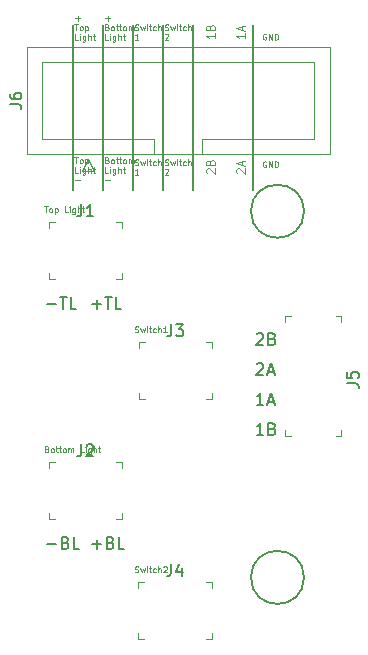
<source format=gbr>
%TF.GenerationSoftware,KiCad,Pcbnew,8.0.3*%
%TF.CreationDate,2024-07-16T15:02:39-04:00*%
%TF.ProjectId,Pheripheral-Scout,50686572-6970-4686-9572-616c2d53636f,rev?*%
%TF.SameCoordinates,Original*%
%TF.FileFunction,Legend,Top*%
%TF.FilePolarity,Positive*%
%FSLAX46Y46*%
G04 Gerber Fmt 4.6, Leading zero omitted, Abs format (unit mm)*
G04 Created by KiCad (PCBNEW 8.0.3) date 2024-07-16 15:02:39*
%MOMM*%
%LPD*%
G01*
G04 APERTURE LIST*
%ADD10C,0.150000*%
%ADD11C,0.200000*%
%ADD12C,0.100000*%
%ADD13C,0.120000*%
G04 APERTURE END LIST*
D10*
X114300000Y-67310000D02*
X114300000Y-81280000D01*
X109220000Y-81280000D02*
X109220000Y-67310000D01*
X106680000Y-67310000D02*
X106680000Y-81280000D01*
X119380000Y-67310000D02*
X119380000Y-81280000D01*
X111760000Y-81280000D02*
X111760000Y-67310000D01*
D11*
X123690000Y-114040000D02*
G75*
G02*
X119190000Y-114040000I-2250000J0D01*
G01*
X119190000Y-114040000D02*
G75*
G02*
X123690000Y-114040000I2250000J0D01*
G01*
D10*
X104140000Y-67310000D02*
X104140000Y-81280000D01*
D11*
X123690000Y-83040000D02*
G75*
G02*
X119190000Y-83040000I-2250000J0D01*
G01*
X119190000Y-83040000D02*
G75*
G02*
X123690000Y-83040000I2250000J0D01*
G01*
D10*
X120240588Y-99437819D02*
X119669160Y-99437819D01*
X119954874Y-99437819D02*
X119954874Y-98437819D01*
X119954874Y-98437819D02*
X119859636Y-98580676D01*
X119859636Y-98580676D02*
X119764398Y-98675914D01*
X119764398Y-98675914D02*
X119669160Y-98723533D01*
X120621541Y-99152104D02*
X121097731Y-99152104D01*
X120526303Y-99437819D02*
X120859636Y-98437819D01*
X120859636Y-98437819D02*
X121192969Y-99437819D01*
D12*
X118654133Y-67980877D02*
X118654133Y-68380877D01*
X118654133Y-68180877D02*
X117954133Y-68180877D01*
X117954133Y-68180877D02*
X118054133Y-68247544D01*
X118054133Y-68247544D02*
X118120800Y-68314211D01*
X118120800Y-68314211D02*
X118154133Y-68380877D01*
X118454133Y-67714210D02*
X118454133Y-67380877D01*
X118654133Y-67780877D02*
X117954133Y-67547544D01*
X117954133Y-67547544D02*
X118654133Y-67314210D01*
X109381027Y-93254800D02*
X109452455Y-93278609D01*
X109452455Y-93278609D02*
X109571503Y-93278609D01*
X109571503Y-93278609D02*
X109619122Y-93254800D01*
X109619122Y-93254800D02*
X109642931Y-93230990D01*
X109642931Y-93230990D02*
X109666741Y-93183371D01*
X109666741Y-93183371D02*
X109666741Y-93135752D01*
X109666741Y-93135752D02*
X109642931Y-93088133D01*
X109642931Y-93088133D02*
X109619122Y-93064323D01*
X109619122Y-93064323D02*
X109571503Y-93040514D01*
X109571503Y-93040514D02*
X109476265Y-93016704D01*
X109476265Y-93016704D02*
X109428646Y-92992895D01*
X109428646Y-92992895D02*
X109404836Y-92969085D01*
X109404836Y-92969085D02*
X109381027Y-92921466D01*
X109381027Y-92921466D02*
X109381027Y-92873847D01*
X109381027Y-92873847D02*
X109404836Y-92826228D01*
X109404836Y-92826228D02*
X109428646Y-92802419D01*
X109428646Y-92802419D02*
X109476265Y-92778609D01*
X109476265Y-92778609D02*
X109595312Y-92778609D01*
X109595312Y-92778609D02*
X109666741Y-92802419D01*
X109833407Y-92945276D02*
X109928645Y-93278609D01*
X109928645Y-93278609D02*
X110023883Y-93040514D01*
X110023883Y-93040514D02*
X110119121Y-93278609D01*
X110119121Y-93278609D02*
X110214359Y-92945276D01*
X110404836Y-93278609D02*
X110404836Y-92945276D01*
X110404836Y-92778609D02*
X110381027Y-92802419D01*
X110381027Y-92802419D02*
X110404836Y-92826228D01*
X110404836Y-92826228D02*
X110428646Y-92802419D01*
X110428646Y-92802419D02*
X110404836Y-92778609D01*
X110404836Y-92778609D02*
X110404836Y-92826228D01*
X110571503Y-92945276D02*
X110761979Y-92945276D01*
X110642931Y-92778609D02*
X110642931Y-93207180D01*
X110642931Y-93207180D02*
X110666741Y-93254800D01*
X110666741Y-93254800D02*
X110714360Y-93278609D01*
X110714360Y-93278609D02*
X110761979Y-93278609D01*
X111142931Y-93254800D02*
X111095312Y-93278609D01*
X111095312Y-93278609D02*
X111000074Y-93278609D01*
X111000074Y-93278609D02*
X110952455Y-93254800D01*
X110952455Y-93254800D02*
X110928645Y-93230990D01*
X110928645Y-93230990D02*
X110904836Y-93183371D01*
X110904836Y-93183371D02*
X110904836Y-93040514D01*
X110904836Y-93040514D02*
X110928645Y-92992895D01*
X110928645Y-92992895D02*
X110952455Y-92969085D01*
X110952455Y-92969085D02*
X111000074Y-92945276D01*
X111000074Y-92945276D02*
X111095312Y-92945276D01*
X111095312Y-92945276D02*
X111142931Y-92969085D01*
X111357216Y-93278609D02*
X111357216Y-92778609D01*
X111571502Y-93278609D02*
X111571502Y-93016704D01*
X111571502Y-93016704D02*
X111547692Y-92969085D01*
X111547692Y-92969085D02*
X111500073Y-92945276D01*
X111500073Y-92945276D02*
X111428645Y-92945276D01*
X111428645Y-92945276D02*
X111381026Y-92969085D01*
X111381026Y-92969085D02*
X111357216Y-92992895D01*
X112071502Y-93278609D02*
X111785788Y-93278609D01*
X111928645Y-93278609D02*
X111928645Y-92778609D01*
X111928645Y-92778609D02*
X111881026Y-92850038D01*
X111881026Y-92850038D02*
X111833407Y-92897657D01*
X111833407Y-92897657D02*
X111785788Y-92921466D01*
D10*
X120240588Y-101977819D02*
X119669160Y-101977819D01*
X119954874Y-101977819D02*
X119954874Y-100977819D01*
X119954874Y-100977819D02*
X119859636Y-101120676D01*
X119859636Y-101120676D02*
X119764398Y-101215914D01*
X119764398Y-101215914D02*
X119669160Y-101263533D01*
X121002493Y-101454009D02*
X121145350Y-101501628D01*
X121145350Y-101501628D02*
X121192969Y-101549247D01*
X121192969Y-101549247D02*
X121240588Y-101644485D01*
X121240588Y-101644485D02*
X121240588Y-101787342D01*
X121240588Y-101787342D02*
X121192969Y-101882580D01*
X121192969Y-101882580D02*
X121145350Y-101930200D01*
X121145350Y-101930200D02*
X121050112Y-101977819D01*
X121050112Y-101977819D02*
X120669160Y-101977819D01*
X120669160Y-101977819D02*
X120669160Y-100977819D01*
X120669160Y-100977819D02*
X121002493Y-100977819D01*
X121002493Y-100977819D02*
X121097731Y-101025438D01*
X121097731Y-101025438D02*
X121145350Y-101073057D01*
X121145350Y-101073057D02*
X121192969Y-101168295D01*
X121192969Y-101168295D02*
X121192969Y-101263533D01*
X121192969Y-101263533D02*
X121145350Y-101358771D01*
X121145350Y-101358771D02*
X121097731Y-101406390D01*
X121097731Y-101406390D02*
X121002493Y-101454009D01*
X121002493Y-101454009D02*
X120669160Y-101454009D01*
D12*
X109381027Y-113574800D02*
X109452455Y-113598609D01*
X109452455Y-113598609D02*
X109571503Y-113598609D01*
X109571503Y-113598609D02*
X109619122Y-113574800D01*
X109619122Y-113574800D02*
X109642931Y-113550990D01*
X109642931Y-113550990D02*
X109666741Y-113503371D01*
X109666741Y-113503371D02*
X109666741Y-113455752D01*
X109666741Y-113455752D02*
X109642931Y-113408133D01*
X109642931Y-113408133D02*
X109619122Y-113384323D01*
X109619122Y-113384323D02*
X109571503Y-113360514D01*
X109571503Y-113360514D02*
X109476265Y-113336704D01*
X109476265Y-113336704D02*
X109428646Y-113312895D01*
X109428646Y-113312895D02*
X109404836Y-113289085D01*
X109404836Y-113289085D02*
X109381027Y-113241466D01*
X109381027Y-113241466D02*
X109381027Y-113193847D01*
X109381027Y-113193847D02*
X109404836Y-113146228D01*
X109404836Y-113146228D02*
X109428646Y-113122419D01*
X109428646Y-113122419D02*
X109476265Y-113098609D01*
X109476265Y-113098609D02*
X109595312Y-113098609D01*
X109595312Y-113098609D02*
X109666741Y-113122419D01*
X109833407Y-113265276D02*
X109928645Y-113598609D01*
X109928645Y-113598609D02*
X110023883Y-113360514D01*
X110023883Y-113360514D02*
X110119121Y-113598609D01*
X110119121Y-113598609D02*
X110214359Y-113265276D01*
X110404836Y-113598609D02*
X110404836Y-113265276D01*
X110404836Y-113098609D02*
X110381027Y-113122419D01*
X110381027Y-113122419D02*
X110404836Y-113146228D01*
X110404836Y-113146228D02*
X110428646Y-113122419D01*
X110428646Y-113122419D02*
X110404836Y-113098609D01*
X110404836Y-113098609D02*
X110404836Y-113146228D01*
X110571503Y-113265276D02*
X110761979Y-113265276D01*
X110642931Y-113098609D02*
X110642931Y-113527180D01*
X110642931Y-113527180D02*
X110666741Y-113574800D01*
X110666741Y-113574800D02*
X110714360Y-113598609D01*
X110714360Y-113598609D02*
X110761979Y-113598609D01*
X111142931Y-113574800D02*
X111095312Y-113598609D01*
X111095312Y-113598609D02*
X111000074Y-113598609D01*
X111000074Y-113598609D02*
X110952455Y-113574800D01*
X110952455Y-113574800D02*
X110928645Y-113550990D01*
X110928645Y-113550990D02*
X110904836Y-113503371D01*
X110904836Y-113503371D02*
X110904836Y-113360514D01*
X110904836Y-113360514D02*
X110928645Y-113312895D01*
X110928645Y-113312895D02*
X110952455Y-113289085D01*
X110952455Y-113289085D02*
X111000074Y-113265276D01*
X111000074Y-113265276D02*
X111095312Y-113265276D01*
X111095312Y-113265276D02*
X111142931Y-113289085D01*
X111357216Y-113598609D02*
X111357216Y-113098609D01*
X111571502Y-113598609D02*
X111571502Y-113336704D01*
X111571502Y-113336704D02*
X111547692Y-113289085D01*
X111547692Y-113289085D02*
X111500073Y-113265276D01*
X111500073Y-113265276D02*
X111428645Y-113265276D01*
X111428645Y-113265276D02*
X111381026Y-113289085D01*
X111381026Y-113289085D02*
X111357216Y-113312895D01*
X111785788Y-113146228D02*
X111809597Y-113122419D01*
X111809597Y-113122419D02*
X111857216Y-113098609D01*
X111857216Y-113098609D02*
X111976264Y-113098609D01*
X111976264Y-113098609D02*
X112023883Y-113122419D01*
X112023883Y-113122419D02*
X112047692Y-113146228D01*
X112047692Y-113146228D02*
X112071502Y-113193847D01*
X112071502Y-113193847D02*
X112071502Y-113241466D01*
X112071502Y-113241466D02*
X112047692Y-113312895D01*
X112047692Y-113312895D02*
X111761978Y-113598609D01*
X111761978Y-113598609D02*
X112071502Y-113598609D01*
D10*
X105746779Y-90928866D02*
X106508684Y-90928866D01*
X106127731Y-91309819D02*
X106127731Y-90547914D01*
X106842017Y-90309819D02*
X107413445Y-90309819D01*
X107127731Y-91309819D02*
X107127731Y-90309819D01*
X108222969Y-91309819D02*
X107746779Y-91309819D01*
X107746779Y-91309819D02*
X107746779Y-90309819D01*
D12*
X106864836Y-66713189D02*
X107245789Y-66713189D01*
X107055312Y-66903665D02*
X107055312Y-66522713D01*
X107031503Y-67446732D02*
X107102931Y-67470542D01*
X107102931Y-67470542D02*
X107126741Y-67494351D01*
X107126741Y-67494351D02*
X107150550Y-67541970D01*
X107150550Y-67541970D02*
X107150550Y-67613399D01*
X107150550Y-67613399D02*
X107126741Y-67661018D01*
X107126741Y-67661018D02*
X107102931Y-67684828D01*
X107102931Y-67684828D02*
X107055312Y-67708637D01*
X107055312Y-67708637D02*
X106864836Y-67708637D01*
X106864836Y-67708637D02*
X106864836Y-67208637D01*
X106864836Y-67208637D02*
X107031503Y-67208637D01*
X107031503Y-67208637D02*
X107079122Y-67232447D01*
X107079122Y-67232447D02*
X107102931Y-67256256D01*
X107102931Y-67256256D02*
X107126741Y-67303875D01*
X107126741Y-67303875D02*
X107126741Y-67351494D01*
X107126741Y-67351494D02*
X107102931Y-67399113D01*
X107102931Y-67399113D02*
X107079122Y-67422923D01*
X107079122Y-67422923D02*
X107031503Y-67446732D01*
X107031503Y-67446732D02*
X106864836Y-67446732D01*
X107436265Y-67708637D02*
X107388646Y-67684828D01*
X107388646Y-67684828D02*
X107364836Y-67661018D01*
X107364836Y-67661018D02*
X107341027Y-67613399D01*
X107341027Y-67613399D02*
X107341027Y-67470542D01*
X107341027Y-67470542D02*
X107364836Y-67422923D01*
X107364836Y-67422923D02*
X107388646Y-67399113D01*
X107388646Y-67399113D02*
X107436265Y-67375304D01*
X107436265Y-67375304D02*
X107507693Y-67375304D01*
X107507693Y-67375304D02*
X107555312Y-67399113D01*
X107555312Y-67399113D02*
X107579122Y-67422923D01*
X107579122Y-67422923D02*
X107602931Y-67470542D01*
X107602931Y-67470542D02*
X107602931Y-67613399D01*
X107602931Y-67613399D02*
X107579122Y-67661018D01*
X107579122Y-67661018D02*
X107555312Y-67684828D01*
X107555312Y-67684828D02*
X107507693Y-67708637D01*
X107507693Y-67708637D02*
X107436265Y-67708637D01*
X107745789Y-67375304D02*
X107936265Y-67375304D01*
X107817217Y-67208637D02*
X107817217Y-67637208D01*
X107817217Y-67637208D02*
X107841027Y-67684828D01*
X107841027Y-67684828D02*
X107888646Y-67708637D01*
X107888646Y-67708637D02*
X107936265Y-67708637D01*
X108031503Y-67375304D02*
X108221979Y-67375304D01*
X108102931Y-67208637D02*
X108102931Y-67637208D01*
X108102931Y-67637208D02*
X108126741Y-67684828D01*
X108126741Y-67684828D02*
X108174360Y-67708637D01*
X108174360Y-67708637D02*
X108221979Y-67708637D01*
X108460074Y-67708637D02*
X108412455Y-67684828D01*
X108412455Y-67684828D02*
X108388645Y-67661018D01*
X108388645Y-67661018D02*
X108364836Y-67613399D01*
X108364836Y-67613399D02*
X108364836Y-67470542D01*
X108364836Y-67470542D02*
X108388645Y-67422923D01*
X108388645Y-67422923D02*
X108412455Y-67399113D01*
X108412455Y-67399113D02*
X108460074Y-67375304D01*
X108460074Y-67375304D02*
X108531502Y-67375304D01*
X108531502Y-67375304D02*
X108579121Y-67399113D01*
X108579121Y-67399113D02*
X108602931Y-67422923D01*
X108602931Y-67422923D02*
X108626740Y-67470542D01*
X108626740Y-67470542D02*
X108626740Y-67613399D01*
X108626740Y-67613399D02*
X108602931Y-67661018D01*
X108602931Y-67661018D02*
X108579121Y-67684828D01*
X108579121Y-67684828D02*
X108531502Y-67708637D01*
X108531502Y-67708637D02*
X108460074Y-67708637D01*
X108841026Y-67708637D02*
X108841026Y-67375304D01*
X108841026Y-67422923D02*
X108864836Y-67399113D01*
X108864836Y-67399113D02*
X108912455Y-67375304D01*
X108912455Y-67375304D02*
X108983883Y-67375304D01*
X108983883Y-67375304D02*
X109031502Y-67399113D01*
X109031502Y-67399113D02*
X109055312Y-67446732D01*
X109055312Y-67446732D02*
X109055312Y-67708637D01*
X109055312Y-67446732D02*
X109079121Y-67399113D01*
X109079121Y-67399113D02*
X109126740Y-67375304D01*
X109126740Y-67375304D02*
X109198169Y-67375304D01*
X109198169Y-67375304D02*
X109245788Y-67399113D01*
X109245788Y-67399113D02*
X109269598Y-67446732D01*
X109269598Y-67446732D02*
X109269598Y-67708637D01*
X107102931Y-68513609D02*
X106864836Y-68513609D01*
X106864836Y-68513609D02*
X106864836Y-68013609D01*
X107269598Y-68513609D02*
X107269598Y-68180276D01*
X107269598Y-68013609D02*
X107245789Y-68037419D01*
X107245789Y-68037419D02*
X107269598Y-68061228D01*
X107269598Y-68061228D02*
X107293408Y-68037419D01*
X107293408Y-68037419D02*
X107269598Y-68013609D01*
X107269598Y-68013609D02*
X107269598Y-68061228D01*
X107721979Y-68180276D02*
X107721979Y-68585038D01*
X107721979Y-68585038D02*
X107698169Y-68632657D01*
X107698169Y-68632657D02*
X107674360Y-68656466D01*
X107674360Y-68656466D02*
X107626741Y-68680276D01*
X107626741Y-68680276D02*
X107555312Y-68680276D01*
X107555312Y-68680276D02*
X107507693Y-68656466D01*
X107721979Y-68489800D02*
X107674360Y-68513609D01*
X107674360Y-68513609D02*
X107579122Y-68513609D01*
X107579122Y-68513609D02*
X107531503Y-68489800D01*
X107531503Y-68489800D02*
X107507693Y-68465990D01*
X107507693Y-68465990D02*
X107483884Y-68418371D01*
X107483884Y-68418371D02*
X107483884Y-68275514D01*
X107483884Y-68275514D02*
X107507693Y-68227895D01*
X107507693Y-68227895D02*
X107531503Y-68204085D01*
X107531503Y-68204085D02*
X107579122Y-68180276D01*
X107579122Y-68180276D02*
X107674360Y-68180276D01*
X107674360Y-68180276D02*
X107721979Y-68204085D01*
X107960074Y-68513609D02*
X107960074Y-68013609D01*
X108174360Y-68513609D02*
X108174360Y-68251704D01*
X108174360Y-68251704D02*
X108150550Y-68204085D01*
X108150550Y-68204085D02*
X108102931Y-68180276D01*
X108102931Y-68180276D02*
X108031503Y-68180276D01*
X108031503Y-68180276D02*
X107983884Y-68204085D01*
X107983884Y-68204085D02*
X107960074Y-68227895D01*
X108341027Y-68180276D02*
X108531503Y-68180276D01*
X108412455Y-68013609D02*
X108412455Y-68442180D01*
X108412455Y-68442180D02*
X108436265Y-68489800D01*
X108436265Y-68489800D02*
X108483884Y-68513609D01*
X108483884Y-68513609D02*
X108531503Y-68513609D01*
D10*
X101936779Y-90928866D02*
X102698684Y-90928866D01*
X103032017Y-90309819D02*
X103603445Y-90309819D01*
X103317731Y-91309819D02*
X103317731Y-90309819D01*
X104412969Y-91309819D02*
X103936779Y-91309819D01*
X103936779Y-91309819D02*
X103936779Y-90309819D01*
D12*
X101931503Y-103176704D02*
X102002931Y-103200514D01*
X102002931Y-103200514D02*
X102026741Y-103224323D01*
X102026741Y-103224323D02*
X102050550Y-103271942D01*
X102050550Y-103271942D02*
X102050550Y-103343371D01*
X102050550Y-103343371D02*
X102026741Y-103390990D01*
X102026741Y-103390990D02*
X102002931Y-103414800D01*
X102002931Y-103414800D02*
X101955312Y-103438609D01*
X101955312Y-103438609D02*
X101764836Y-103438609D01*
X101764836Y-103438609D02*
X101764836Y-102938609D01*
X101764836Y-102938609D02*
X101931503Y-102938609D01*
X101931503Y-102938609D02*
X101979122Y-102962419D01*
X101979122Y-102962419D02*
X102002931Y-102986228D01*
X102002931Y-102986228D02*
X102026741Y-103033847D01*
X102026741Y-103033847D02*
X102026741Y-103081466D01*
X102026741Y-103081466D02*
X102002931Y-103129085D01*
X102002931Y-103129085D02*
X101979122Y-103152895D01*
X101979122Y-103152895D02*
X101931503Y-103176704D01*
X101931503Y-103176704D02*
X101764836Y-103176704D01*
X102336265Y-103438609D02*
X102288646Y-103414800D01*
X102288646Y-103414800D02*
X102264836Y-103390990D01*
X102264836Y-103390990D02*
X102241027Y-103343371D01*
X102241027Y-103343371D02*
X102241027Y-103200514D01*
X102241027Y-103200514D02*
X102264836Y-103152895D01*
X102264836Y-103152895D02*
X102288646Y-103129085D01*
X102288646Y-103129085D02*
X102336265Y-103105276D01*
X102336265Y-103105276D02*
X102407693Y-103105276D01*
X102407693Y-103105276D02*
X102455312Y-103129085D01*
X102455312Y-103129085D02*
X102479122Y-103152895D01*
X102479122Y-103152895D02*
X102502931Y-103200514D01*
X102502931Y-103200514D02*
X102502931Y-103343371D01*
X102502931Y-103343371D02*
X102479122Y-103390990D01*
X102479122Y-103390990D02*
X102455312Y-103414800D01*
X102455312Y-103414800D02*
X102407693Y-103438609D01*
X102407693Y-103438609D02*
X102336265Y-103438609D01*
X102645789Y-103105276D02*
X102836265Y-103105276D01*
X102717217Y-102938609D02*
X102717217Y-103367180D01*
X102717217Y-103367180D02*
X102741027Y-103414800D01*
X102741027Y-103414800D02*
X102788646Y-103438609D01*
X102788646Y-103438609D02*
X102836265Y-103438609D01*
X102931503Y-103105276D02*
X103121979Y-103105276D01*
X103002931Y-102938609D02*
X103002931Y-103367180D01*
X103002931Y-103367180D02*
X103026741Y-103414800D01*
X103026741Y-103414800D02*
X103074360Y-103438609D01*
X103074360Y-103438609D02*
X103121979Y-103438609D01*
X103360074Y-103438609D02*
X103312455Y-103414800D01*
X103312455Y-103414800D02*
X103288645Y-103390990D01*
X103288645Y-103390990D02*
X103264836Y-103343371D01*
X103264836Y-103343371D02*
X103264836Y-103200514D01*
X103264836Y-103200514D02*
X103288645Y-103152895D01*
X103288645Y-103152895D02*
X103312455Y-103129085D01*
X103312455Y-103129085D02*
X103360074Y-103105276D01*
X103360074Y-103105276D02*
X103431502Y-103105276D01*
X103431502Y-103105276D02*
X103479121Y-103129085D01*
X103479121Y-103129085D02*
X103502931Y-103152895D01*
X103502931Y-103152895D02*
X103526740Y-103200514D01*
X103526740Y-103200514D02*
X103526740Y-103343371D01*
X103526740Y-103343371D02*
X103502931Y-103390990D01*
X103502931Y-103390990D02*
X103479121Y-103414800D01*
X103479121Y-103414800D02*
X103431502Y-103438609D01*
X103431502Y-103438609D02*
X103360074Y-103438609D01*
X103741026Y-103438609D02*
X103741026Y-103105276D01*
X103741026Y-103152895D02*
X103764836Y-103129085D01*
X103764836Y-103129085D02*
X103812455Y-103105276D01*
X103812455Y-103105276D02*
X103883883Y-103105276D01*
X103883883Y-103105276D02*
X103931502Y-103129085D01*
X103931502Y-103129085D02*
X103955312Y-103176704D01*
X103955312Y-103176704D02*
X103955312Y-103438609D01*
X103955312Y-103176704D02*
X103979121Y-103129085D01*
X103979121Y-103129085D02*
X104026740Y-103105276D01*
X104026740Y-103105276D02*
X104098169Y-103105276D01*
X104098169Y-103105276D02*
X104145788Y-103129085D01*
X104145788Y-103129085D02*
X104169598Y-103176704D01*
X104169598Y-103176704D02*
X104169598Y-103438609D01*
X105026740Y-103438609D02*
X104788645Y-103438609D01*
X104788645Y-103438609D02*
X104788645Y-102938609D01*
X105193407Y-103438609D02*
X105193407Y-103105276D01*
X105193407Y-102938609D02*
X105169598Y-102962419D01*
X105169598Y-102962419D02*
X105193407Y-102986228D01*
X105193407Y-102986228D02*
X105217217Y-102962419D01*
X105217217Y-102962419D02*
X105193407Y-102938609D01*
X105193407Y-102938609D02*
X105193407Y-102986228D01*
X105645788Y-103105276D02*
X105645788Y-103510038D01*
X105645788Y-103510038D02*
X105621978Y-103557657D01*
X105621978Y-103557657D02*
X105598169Y-103581466D01*
X105598169Y-103581466D02*
X105550550Y-103605276D01*
X105550550Y-103605276D02*
X105479121Y-103605276D01*
X105479121Y-103605276D02*
X105431502Y-103581466D01*
X105645788Y-103414800D02*
X105598169Y-103438609D01*
X105598169Y-103438609D02*
X105502931Y-103438609D01*
X105502931Y-103438609D02*
X105455312Y-103414800D01*
X105455312Y-103414800D02*
X105431502Y-103390990D01*
X105431502Y-103390990D02*
X105407693Y-103343371D01*
X105407693Y-103343371D02*
X105407693Y-103200514D01*
X105407693Y-103200514D02*
X105431502Y-103152895D01*
X105431502Y-103152895D02*
X105455312Y-103129085D01*
X105455312Y-103129085D02*
X105502931Y-103105276D01*
X105502931Y-103105276D02*
X105598169Y-103105276D01*
X105598169Y-103105276D02*
X105645788Y-103129085D01*
X105883883Y-103438609D02*
X105883883Y-102938609D01*
X106098169Y-103438609D02*
X106098169Y-103176704D01*
X106098169Y-103176704D02*
X106074359Y-103129085D01*
X106074359Y-103129085D02*
X106026740Y-103105276D01*
X106026740Y-103105276D02*
X105955312Y-103105276D01*
X105955312Y-103105276D02*
X105907693Y-103129085D01*
X105907693Y-103129085D02*
X105883883Y-103152895D01*
X106264836Y-103105276D02*
X106455312Y-103105276D01*
X106336264Y-102938609D02*
X106336264Y-103367180D01*
X106336264Y-103367180D02*
X106360074Y-103414800D01*
X106360074Y-103414800D02*
X106407693Y-103438609D01*
X106407693Y-103438609D02*
X106455312Y-103438609D01*
X101693408Y-82618609D02*
X101979122Y-82618609D01*
X101836265Y-83118609D02*
X101836265Y-82618609D01*
X102217217Y-83118609D02*
X102169598Y-83094800D01*
X102169598Y-83094800D02*
X102145788Y-83070990D01*
X102145788Y-83070990D02*
X102121979Y-83023371D01*
X102121979Y-83023371D02*
X102121979Y-82880514D01*
X102121979Y-82880514D02*
X102145788Y-82832895D01*
X102145788Y-82832895D02*
X102169598Y-82809085D01*
X102169598Y-82809085D02*
X102217217Y-82785276D01*
X102217217Y-82785276D02*
X102288645Y-82785276D01*
X102288645Y-82785276D02*
X102336264Y-82809085D01*
X102336264Y-82809085D02*
X102360074Y-82832895D01*
X102360074Y-82832895D02*
X102383883Y-82880514D01*
X102383883Y-82880514D02*
X102383883Y-83023371D01*
X102383883Y-83023371D02*
X102360074Y-83070990D01*
X102360074Y-83070990D02*
X102336264Y-83094800D01*
X102336264Y-83094800D02*
X102288645Y-83118609D01*
X102288645Y-83118609D02*
X102217217Y-83118609D01*
X102598169Y-82785276D02*
X102598169Y-83285276D01*
X102598169Y-82809085D02*
X102645788Y-82785276D01*
X102645788Y-82785276D02*
X102741026Y-82785276D01*
X102741026Y-82785276D02*
X102788645Y-82809085D01*
X102788645Y-82809085D02*
X102812455Y-82832895D01*
X102812455Y-82832895D02*
X102836264Y-82880514D01*
X102836264Y-82880514D02*
X102836264Y-83023371D01*
X102836264Y-83023371D02*
X102812455Y-83070990D01*
X102812455Y-83070990D02*
X102788645Y-83094800D01*
X102788645Y-83094800D02*
X102741026Y-83118609D01*
X102741026Y-83118609D02*
X102645788Y-83118609D01*
X102645788Y-83118609D02*
X102598169Y-83094800D01*
X103669597Y-83118609D02*
X103431502Y-83118609D01*
X103431502Y-83118609D02*
X103431502Y-82618609D01*
X103836264Y-83118609D02*
X103836264Y-82785276D01*
X103836264Y-82618609D02*
X103812455Y-82642419D01*
X103812455Y-82642419D02*
X103836264Y-82666228D01*
X103836264Y-82666228D02*
X103860074Y-82642419D01*
X103860074Y-82642419D02*
X103836264Y-82618609D01*
X103836264Y-82618609D02*
X103836264Y-82666228D01*
X104288645Y-82785276D02*
X104288645Y-83190038D01*
X104288645Y-83190038D02*
X104264835Y-83237657D01*
X104264835Y-83237657D02*
X104241026Y-83261466D01*
X104241026Y-83261466D02*
X104193407Y-83285276D01*
X104193407Y-83285276D02*
X104121978Y-83285276D01*
X104121978Y-83285276D02*
X104074359Y-83261466D01*
X104288645Y-83094800D02*
X104241026Y-83118609D01*
X104241026Y-83118609D02*
X104145788Y-83118609D01*
X104145788Y-83118609D02*
X104098169Y-83094800D01*
X104098169Y-83094800D02*
X104074359Y-83070990D01*
X104074359Y-83070990D02*
X104050550Y-83023371D01*
X104050550Y-83023371D02*
X104050550Y-82880514D01*
X104050550Y-82880514D02*
X104074359Y-82832895D01*
X104074359Y-82832895D02*
X104098169Y-82809085D01*
X104098169Y-82809085D02*
X104145788Y-82785276D01*
X104145788Y-82785276D02*
X104241026Y-82785276D01*
X104241026Y-82785276D02*
X104288645Y-82809085D01*
X104526740Y-83118609D02*
X104526740Y-82618609D01*
X104741026Y-83118609D02*
X104741026Y-82856704D01*
X104741026Y-82856704D02*
X104717216Y-82809085D01*
X104717216Y-82809085D02*
X104669597Y-82785276D01*
X104669597Y-82785276D02*
X104598169Y-82785276D01*
X104598169Y-82785276D02*
X104550550Y-82809085D01*
X104550550Y-82809085D02*
X104526740Y-82832895D01*
X104907693Y-82785276D02*
X105098169Y-82785276D01*
X104979121Y-82618609D02*
X104979121Y-83047180D01*
X104979121Y-83047180D02*
X105002931Y-83094800D01*
X105002931Y-83094800D02*
X105050550Y-83118609D01*
X105050550Y-83118609D02*
X105098169Y-83118609D01*
D10*
X119669160Y-95993057D02*
X119716779Y-95945438D01*
X119716779Y-95945438D02*
X119812017Y-95897819D01*
X119812017Y-95897819D02*
X120050112Y-95897819D01*
X120050112Y-95897819D02*
X120145350Y-95945438D01*
X120145350Y-95945438D02*
X120192969Y-95993057D01*
X120192969Y-95993057D02*
X120240588Y-96088295D01*
X120240588Y-96088295D02*
X120240588Y-96183533D01*
X120240588Y-96183533D02*
X120192969Y-96326390D01*
X120192969Y-96326390D02*
X119621541Y-96897819D01*
X119621541Y-96897819D02*
X120240588Y-96897819D01*
X120621541Y-96612104D02*
X121097731Y-96612104D01*
X120526303Y-96897819D02*
X120859636Y-95897819D01*
X120859636Y-95897819D02*
X121192969Y-96897819D01*
D12*
X104324836Y-66713189D02*
X104705789Y-66713189D01*
X104515312Y-66903665D02*
X104515312Y-66522713D01*
X104253408Y-67208637D02*
X104539122Y-67208637D01*
X104396265Y-67708637D02*
X104396265Y-67208637D01*
X104777217Y-67708637D02*
X104729598Y-67684828D01*
X104729598Y-67684828D02*
X104705788Y-67661018D01*
X104705788Y-67661018D02*
X104681979Y-67613399D01*
X104681979Y-67613399D02*
X104681979Y-67470542D01*
X104681979Y-67470542D02*
X104705788Y-67422923D01*
X104705788Y-67422923D02*
X104729598Y-67399113D01*
X104729598Y-67399113D02*
X104777217Y-67375304D01*
X104777217Y-67375304D02*
X104848645Y-67375304D01*
X104848645Y-67375304D02*
X104896264Y-67399113D01*
X104896264Y-67399113D02*
X104920074Y-67422923D01*
X104920074Y-67422923D02*
X104943883Y-67470542D01*
X104943883Y-67470542D02*
X104943883Y-67613399D01*
X104943883Y-67613399D02*
X104920074Y-67661018D01*
X104920074Y-67661018D02*
X104896264Y-67684828D01*
X104896264Y-67684828D02*
X104848645Y-67708637D01*
X104848645Y-67708637D02*
X104777217Y-67708637D01*
X105158169Y-67375304D02*
X105158169Y-67875304D01*
X105158169Y-67399113D02*
X105205788Y-67375304D01*
X105205788Y-67375304D02*
X105301026Y-67375304D01*
X105301026Y-67375304D02*
X105348645Y-67399113D01*
X105348645Y-67399113D02*
X105372455Y-67422923D01*
X105372455Y-67422923D02*
X105396264Y-67470542D01*
X105396264Y-67470542D02*
X105396264Y-67613399D01*
X105396264Y-67613399D02*
X105372455Y-67661018D01*
X105372455Y-67661018D02*
X105348645Y-67684828D01*
X105348645Y-67684828D02*
X105301026Y-67708637D01*
X105301026Y-67708637D02*
X105205788Y-67708637D01*
X105205788Y-67708637D02*
X105158169Y-67684828D01*
X104562931Y-68513609D02*
X104324836Y-68513609D01*
X104324836Y-68513609D02*
X104324836Y-68013609D01*
X104729598Y-68513609D02*
X104729598Y-68180276D01*
X104729598Y-68013609D02*
X104705789Y-68037419D01*
X104705789Y-68037419D02*
X104729598Y-68061228D01*
X104729598Y-68061228D02*
X104753408Y-68037419D01*
X104753408Y-68037419D02*
X104729598Y-68013609D01*
X104729598Y-68013609D02*
X104729598Y-68061228D01*
X105181979Y-68180276D02*
X105181979Y-68585038D01*
X105181979Y-68585038D02*
X105158169Y-68632657D01*
X105158169Y-68632657D02*
X105134360Y-68656466D01*
X105134360Y-68656466D02*
X105086741Y-68680276D01*
X105086741Y-68680276D02*
X105015312Y-68680276D01*
X105015312Y-68680276D02*
X104967693Y-68656466D01*
X105181979Y-68489800D02*
X105134360Y-68513609D01*
X105134360Y-68513609D02*
X105039122Y-68513609D01*
X105039122Y-68513609D02*
X104991503Y-68489800D01*
X104991503Y-68489800D02*
X104967693Y-68465990D01*
X104967693Y-68465990D02*
X104943884Y-68418371D01*
X104943884Y-68418371D02*
X104943884Y-68275514D01*
X104943884Y-68275514D02*
X104967693Y-68227895D01*
X104967693Y-68227895D02*
X104991503Y-68204085D01*
X104991503Y-68204085D02*
X105039122Y-68180276D01*
X105039122Y-68180276D02*
X105134360Y-68180276D01*
X105134360Y-68180276D02*
X105181979Y-68204085D01*
X105420074Y-68513609D02*
X105420074Y-68013609D01*
X105634360Y-68513609D02*
X105634360Y-68251704D01*
X105634360Y-68251704D02*
X105610550Y-68204085D01*
X105610550Y-68204085D02*
X105562931Y-68180276D01*
X105562931Y-68180276D02*
X105491503Y-68180276D01*
X105491503Y-68180276D02*
X105443884Y-68204085D01*
X105443884Y-68204085D02*
X105420074Y-68227895D01*
X105801027Y-68180276D02*
X105991503Y-68180276D01*
X105872455Y-68013609D02*
X105872455Y-68442180D01*
X105872455Y-68442180D02*
X105896265Y-68489800D01*
X105896265Y-68489800D02*
X105943884Y-68513609D01*
X105943884Y-68513609D02*
X105991503Y-68513609D01*
D10*
X119669160Y-93453057D02*
X119716779Y-93405438D01*
X119716779Y-93405438D02*
X119812017Y-93357819D01*
X119812017Y-93357819D02*
X120050112Y-93357819D01*
X120050112Y-93357819D02*
X120145350Y-93405438D01*
X120145350Y-93405438D02*
X120192969Y-93453057D01*
X120192969Y-93453057D02*
X120240588Y-93548295D01*
X120240588Y-93548295D02*
X120240588Y-93643533D01*
X120240588Y-93643533D02*
X120192969Y-93786390D01*
X120192969Y-93786390D02*
X119621541Y-94357819D01*
X119621541Y-94357819D02*
X120240588Y-94357819D01*
X121002493Y-93834009D02*
X121145350Y-93881628D01*
X121145350Y-93881628D02*
X121192969Y-93929247D01*
X121192969Y-93929247D02*
X121240588Y-94024485D01*
X121240588Y-94024485D02*
X121240588Y-94167342D01*
X121240588Y-94167342D02*
X121192969Y-94262580D01*
X121192969Y-94262580D02*
X121145350Y-94310200D01*
X121145350Y-94310200D02*
X121050112Y-94357819D01*
X121050112Y-94357819D02*
X120669160Y-94357819D01*
X120669160Y-94357819D02*
X120669160Y-93357819D01*
X120669160Y-93357819D02*
X121002493Y-93357819D01*
X121002493Y-93357819D02*
X121097731Y-93405438D01*
X121097731Y-93405438D02*
X121145350Y-93453057D01*
X121145350Y-93453057D02*
X121192969Y-93548295D01*
X121192969Y-93548295D02*
X121192969Y-93643533D01*
X121192969Y-93643533D02*
X121145350Y-93738771D01*
X121145350Y-93738771D02*
X121097731Y-93786390D01*
X121097731Y-93786390D02*
X121002493Y-93834009D01*
X121002493Y-93834009D02*
X120669160Y-93834009D01*
X101936779Y-111248866D02*
X102698684Y-111248866D01*
X103508207Y-111106009D02*
X103651064Y-111153628D01*
X103651064Y-111153628D02*
X103698683Y-111201247D01*
X103698683Y-111201247D02*
X103746302Y-111296485D01*
X103746302Y-111296485D02*
X103746302Y-111439342D01*
X103746302Y-111439342D02*
X103698683Y-111534580D01*
X103698683Y-111534580D02*
X103651064Y-111582200D01*
X103651064Y-111582200D02*
X103555826Y-111629819D01*
X103555826Y-111629819D02*
X103174874Y-111629819D01*
X103174874Y-111629819D02*
X103174874Y-110629819D01*
X103174874Y-110629819D02*
X103508207Y-110629819D01*
X103508207Y-110629819D02*
X103603445Y-110677438D01*
X103603445Y-110677438D02*
X103651064Y-110725057D01*
X103651064Y-110725057D02*
X103698683Y-110820295D01*
X103698683Y-110820295D02*
X103698683Y-110915533D01*
X103698683Y-110915533D02*
X103651064Y-111010771D01*
X103651064Y-111010771D02*
X103603445Y-111058390D01*
X103603445Y-111058390D02*
X103508207Y-111106009D01*
X103508207Y-111106009D02*
X103174874Y-111106009D01*
X104651064Y-111629819D02*
X104174874Y-111629819D01*
X104174874Y-111629819D02*
X104174874Y-110629819D01*
D12*
X111921027Y-79114828D02*
X111992455Y-79138637D01*
X111992455Y-79138637D02*
X112111503Y-79138637D01*
X112111503Y-79138637D02*
X112159122Y-79114828D01*
X112159122Y-79114828D02*
X112182931Y-79091018D01*
X112182931Y-79091018D02*
X112206741Y-79043399D01*
X112206741Y-79043399D02*
X112206741Y-78995780D01*
X112206741Y-78995780D02*
X112182931Y-78948161D01*
X112182931Y-78948161D02*
X112159122Y-78924351D01*
X112159122Y-78924351D02*
X112111503Y-78900542D01*
X112111503Y-78900542D02*
X112016265Y-78876732D01*
X112016265Y-78876732D02*
X111968646Y-78852923D01*
X111968646Y-78852923D02*
X111944836Y-78829113D01*
X111944836Y-78829113D02*
X111921027Y-78781494D01*
X111921027Y-78781494D02*
X111921027Y-78733875D01*
X111921027Y-78733875D02*
X111944836Y-78686256D01*
X111944836Y-78686256D02*
X111968646Y-78662447D01*
X111968646Y-78662447D02*
X112016265Y-78638637D01*
X112016265Y-78638637D02*
X112135312Y-78638637D01*
X112135312Y-78638637D02*
X112206741Y-78662447D01*
X112373407Y-78805304D02*
X112468645Y-79138637D01*
X112468645Y-79138637D02*
X112563883Y-78900542D01*
X112563883Y-78900542D02*
X112659121Y-79138637D01*
X112659121Y-79138637D02*
X112754359Y-78805304D01*
X112944836Y-79138637D02*
X112944836Y-78805304D01*
X112944836Y-78638637D02*
X112921027Y-78662447D01*
X112921027Y-78662447D02*
X112944836Y-78686256D01*
X112944836Y-78686256D02*
X112968646Y-78662447D01*
X112968646Y-78662447D02*
X112944836Y-78638637D01*
X112944836Y-78638637D02*
X112944836Y-78686256D01*
X113111503Y-78805304D02*
X113301979Y-78805304D01*
X113182931Y-78638637D02*
X113182931Y-79067208D01*
X113182931Y-79067208D02*
X113206741Y-79114828D01*
X113206741Y-79114828D02*
X113254360Y-79138637D01*
X113254360Y-79138637D02*
X113301979Y-79138637D01*
X113682931Y-79114828D02*
X113635312Y-79138637D01*
X113635312Y-79138637D02*
X113540074Y-79138637D01*
X113540074Y-79138637D02*
X113492455Y-79114828D01*
X113492455Y-79114828D02*
X113468645Y-79091018D01*
X113468645Y-79091018D02*
X113444836Y-79043399D01*
X113444836Y-79043399D02*
X113444836Y-78900542D01*
X113444836Y-78900542D02*
X113468645Y-78852923D01*
X113468645Y-78852923D02*
X113492455Y-78829113D01*
X113492455Y-78829113D02*
X113540074Y-78805304D01*
X113540074Y-78805304D02*
X113635312Y-78805304D01*
X113635312Y-78805304D02*
X113682931Y-78829113D01*
X113897216Y-79138637D02*
X113897216Y-78638637D01*
X114111502Y-79138637D02*
X114111502Y-78876732D01*
X114111502Y-78876732D02*
X114087692Y-78829113D01*
X114087692Y-78829113D02*
X114040073Y-78805304D01*
X114040073Y-78805304D02*
X113968645Y-78805304D01*
X113968645Y-78805304D02*
X113921026Y-78829113D01*
X113921026Y-78829113D02*
X113897216Y-78852923D01*
X111921027Y-79491228D02*
X111944836Y-79467419D01*
X111944836Y-79467419D02*
X111992455Y-79443609D01*
X111992455Y-79443609D02*
X112111503Y-79443609D01*
X112111503Y-79443609D02*
X112159122Y-79467419D01*
X112159122Y-79467419D02*
X112182931Y-79491228D01*
X112182931Y-79491228D02*
X112206741Y-79538847D01*
X112206741Y-79538847D02*
X112206741Y-79586466D01*
X112206741Y-79586466D02*
X112182931Y-79657895D01*
X112182931Y-79657895D02*
X111897217Y-79943609D01*
X111897217Y-79943609D02*
X112206741Y-79943609D01*
X107031503Y-78706760D02*
X107102931Y-78730570D01*
X107102931Y-78730570D02*
X107126741Y-78754379D01*
X107126741Y-78754379D02*
X107150550Y-78801998D01*
X107150550Y-78801998D02*
X107150550Y-78873427D01*
X107150550Y-78873427D02*
X107126741Y-78921046D01*
X107126741Y-78921046D02*
X107102931Y-78944856D01*
X107102931Y-78944856D02*
X107055312Y-78968665D01*
X107055312Y-78968665D02*
X106864836Y-78968665D01*
X106864836Y-78968665D02*
X106864836Y-78468665D01*
X106864836Y-78468665D02*
X107031503Y-78468665D01*
X107031503Y-78468665D02*
X107079122Y-78492475D01*
X107079122Y-78492475D02*
X107102931Y-78516284D01*
X107102931Y-78516284D02*
X107126741Y-78563903D01*
X107126741Y-78563903D02*
X107126741Y-78611522D01*
X107126741Y-78611522D02*
X107102931Y-78659141D01*
X107102931Y-78659141D02*
X107079122Y-78682951D01*
X107079122Y-78682951D02*
X107031503Y-78706760D01*
X107031503Y-78706760D02*
X106864836Y-78706760D01*
X107436265Y-78968665D02*
X107388646Y-78944856D01*
X107388646Y-78944856D02*
X107364836Y-78921046D01*
X107364836Y-78921046D02*
X107341027Y-78873427D01*
X107341027Y-78873427D02*
X107341027Y-78730570D01*
X107341027Y-78730570D02*
X107364836Y-78682951D01*
X107364836Y-78682951D02*
X107388646Y-78659141D01*
X107388646Y-78659141D02*
X107436265Y-78635332D01*
X107436265Y-78635332D02*
X107507693Y-78635332D01*
X107507693Y-78635332D02*
X107555312Y-78659141D01*
X107555312Y-78659141D02*
X107579122Y-78682951D01*
X107579122Y-78682951D02*
X107602931Y-78730570D01*
X107602931Y-78730570D02*
X107602931Y-78873427D01*
X107602931Y-78873427D02*
X107579122Y-78921046D01*
X107579122Y-78921046D02*
X107555312Y-78944856D01*
X107555312Y-78944856D02*
X107507693Y-78968665D01*
X107507693Y-78968665D02*
X107436265Y-78968665D01*
X107745789Y-78635332D02*
X107936265Y-78635332D01*
X107817217Y-78468665D02*
X107817217Y-78897236D01*
X107817217Y-78897236D02*
X107841027Y-78944856D01*
X107841027Y-78944856D02*
X107888646Y-78968665D01*
X107888646Y-78968665D02*
X107936265Y-78968665D01*
X108031503Y-78635332D02*
X108221979Y-78635332D01*
X108102931Y-78468665D02*
X108102931Y-78897236D01*
X108102931Y-78897236D02*
X108126741Y-78944856D01*
X108126741Y-78944856D02*
X108174360Y-78968665D01*
X108174360Y-78968665D02*
X108221979Y-78968665D01*
X108460074Y-78968665D02*
X108412455Y-78944856D01*
X108412455Y-78944856D02*
X108388645Y-78921046D01*
X108388645Y-78921046D02*
X108364836Y-78873427D01*
X108364836Y-78873427D02*
X108364836Y-78730570D01*
X108364836Y-78730570D02*
X108388645Y-78682951D01*
X108388645Y-78682951D02*
X108412455Y-78659141D01*
X108412455Y-78659141D02*
X108460074Y-78635332D01*
X108460074Y-78635332D02*
X108531502Y-78635332D01*
X108531502Y-78635332D02*
X108579121Y-78659141D01*
X108579121Y-78659141D02*
X108602931Y-78682951D01*
X108602931Y-78682951D02*
X108626740Y-78730570D01*
X108626740Y-78730570D02*
X108626740Y-78873427D01*
X108626740Y-78873427D02*
X108602931Y-78921046D01*
X108602931Y-78921046D02*
X108579121Y-78944856D01*
X108579121Y-78944856D02*
X108531502Y-78968665D01*
X108531502Y-78968665D02*
X108460074Y-78968665D01*
X108841026Y-78968665D02*
X108841026Y-78635332D01*
X108841026Y-78682951D02*
X108864836Y-78659141D01*
X108864836Y-78659141D02*
X108912455Y-78635332D01*
X108912455Y-78635332D02*
X108983883Y-78635332D01*
X108983883Y-78635332D02*
X109031502Y-78659141D01*
X109031502Y-78659141D02*
X109055312Y-78706760D01*
X109055312Y-78706760D02*
X109055312Y-78968665D01*
X109055312Y-78706760D02*
X109079121Y-78659141D01*
X109079121Y-78659141D02*
X109126740Y-78635332D01*
X109126740Y-78635332D02*
X109198169Y-78635332D01*
X109198169Y-78635332D02*
X109245788Y-78659141D01*
X109245788Y-78659141D02*
X109269598Y-78706760D01*
X109269598Y-78706760D02*
X109269598Y-78968665D01*
X107102931Y-79773637D02*
X106864836Y-79773637D01*
X106864836Y-79773637D02*
X106864836Y-79273637D01*
X107269598Y-79773637D02*
X107269598Y-79440304D01*
X107269598Y-79273637D02*
X107245789Y-79297447D01*
X107245789Y-79297447D02*
X107269598Y-79321256D01*
X107269598Y-79321256D02*
X107293408Y-79297447D01*
X107293408Y-79297447D02*
X107269598Y-79273637D01*
X107269598Y-79273637D02*
X107269598Y-79321256D01*
X107721979Y-79440304D02*
X107721979Y-79845066D01*
X107721979Y-79845066D02*
X107698169Y-79892685D01*
X107698169Y-79892685D02*
X107674360Y-79916494D01*
X107674360Y-79916494D02*
X107626741Y-79940304D01*
X107626741Y-79940304D02*
X107555312Y-79940304D01*
X107555312Y-79940304D02*
X107507693Y-79916494D01*
X107721979Y-79749828D02*
X107674360Y-79773637D01*
X107674360Y-79773637D02*
X107579122Y-79773637D01*
X107579122Y-79773637D02*
X107531503Y-79749828D01*
X107531503Y-79749828D02*
X107507693Y-79726018D01*
X107507693Y-79726018D02*
X107483884Y-79678399D01*
X107483884Y-79678399D02*
X107483884Y-79535542D01*
X107483884Y-79535542D02*
X107507693Y-79487923D01*
X107507693Y-79487923D02*
X107531503Y-79464113D01*
X107531503Y-79464113D02*
X107579122Y-79440304D01*
X107579122Y-79440304D02*
X107674360Y-79440304D01*
X107674360Y-79440304D02*
X107721979Y-79464113D01*
X107960074Y-79773637D02*
X107960074Y-79273637D01*
X108174360Y-79773637D02*
X108174360Y-79511732D01*
X108174360Y-79511732D02*
X108150550Y-79464113D01*
X108150550Y-79464113D02*
X108102931Y-79440304D01*
X108102931Y-79440304D02*
X108031503Y-79440304D01*
X108031503Y-79440304D02*
X107983884Y-79464113D01*
X107983884Y-79464113D02*
X107960074Y-79487923D01*
X108341027Y-79440304D02*
X108531503Y-79440304D01*
X108412455Y-79273637D02*
X108412455Y-79702208D01*
X108412455Y-79702208D02*
X108436265Y-79749828D01*
X108436265Y-79749828D02*
X108483884Y-79773637D01*
X108483884Y-79773637D02*
X108531503Y-79773637D01*
X106864836Y-80388133D02*
X107245789Y-80388133D01*
X104253408Y-78468665D02*
X104539122Y-78468665D01*
X104396265Y-78968665D02*
X104396265Y-78468665D01*
X104777217Y-78968665D02*
X104729598Y-78944856D01*
X104729598Y-78944856D02*
X104705788Y-78921046D01*
X104705788Y-78921046D02*
X104681979Y-78873427D01*
X104681979Y-78873427D02*
X104681979Y-78730570D01*
X104681979Y-78730570D02*
X104705788Y-78682951D01*
X104705788Y-78682951D02*
X104729598Y-78659141D01*
X104729598Y-78659141D02*
X104777217Y-78635332D01*
X104777217Y-78635332D02*
X104848645Y-78635332D01*
X104848645Y-78635332D02*
X104896264Y-78659141D01*
X104896264Y-78659141D02*
X104920074Y-78682951D01*
X104920074Y-78682951D02*
X104943883Y-78730570D01*
X104943883Y-78730570D02*
X104943883Y-78873427D01*
X104943883Y-78873427D02*
X104920074Y-78921046D01*
X104920074Y-78921046D02*
X104896264Y-78944856D01*
X104896264Y-78944856D02*
X104848645Y-78968665D01*
X104848645Y-78968665D02*
X104777217Y-78968665D01*
X105158169Y-78635332D02*
X105158169Y-79135332D01*
X105158169Y-78659141D02*
X105205788Y-78635332D01*
X105205788Y-78635332D02*
X105301026Y-78635332D01*
X105301026Y-78635332D02*
X105348645Y-78659141D01*
X105348645Y-78659141D02*
X105372455Y-78682951D01*
X105372455Y-78682951D02*
X105396264Y-78730570D01*
X105396264Y-78730570D02*
X105396264Y-78873427D01*
X105396264Y-78873427D02*
X105372455Y-78921046D01*
X105372455Y-78921046D02*
X105348645Y-78944856D01*
X105348645Y-78944856D02*
X105301026Y-78968665D01*
X105301026Y-78968665D02*
X105205788Y-78968665D01*
X105205788Y-78968665D02*
X105158169Y-78944856D01*
X104562931Y-79773637D02*
X104324836Y-79773637D01*
X104324836Y-79773637D02*
X104324836Y-79273637D01*
X104729598Y-79773637D02*
X104729598Y-79440304D01*
X104729598Y-79273637D02*
X104705789Y-79297447D01*
X104705789Y-79297447D02*
X104729598Y-79321256D01*
X104729598Y-79321256D02*
X104753408Y-79297447D01*
X104753408Y-79297447D02*
X104729598Y-79273637D01*
X104729598Y-79273637D02*
X104729598Y-79321256D01*
X105181979Y-79440304D02*
X105181979Y-79845066D01*
X105181979Y-79845066D02*
X105158169Y-79892685D01*
X105158169Y-79892685D02*
X105134360Y-79916494D01*
X105134360Y-79916494D02*
X105086741Y-79940304D01*
X105086741Y-79940304D02*
X105015312Y-79940304D01*
X105015312Y-79940304D02*
X104967693Y-79916494D01*
X105181979Y-79749828D02*
X105134360Y-79773637D01*
X105134360Y-79773637D02*
X105039122Y-79773637D01*
X105039122Y-79773637D02*
X104991503Y-79749828D01*
X104991503Y-79749828D02*
X104967693Y-79726018D01*
X104967693Y-79726018D02*
X104943884Y-79678399D01*
X104943884Y-79678399D02*
X104943884Y-79535542D01*
X104943884Y-79535542D02*
X104967693Y-79487923D01*
X104967693Y-79487923D02*
X104991503Y-79464113D01*
X104991503Y-79464113D02*
X105039122Y-79440304D01*
X105039122Y-79440304D02*
X105134360Y-79440304D01*
X105134360Y-79440304D02*
X105181979Y-79464113D01*
X105420074Y-79773637D02*
X105420074Y-79273637D01*
X105634360Y-79773637D02*
X105634360Y-79511732D01*
X105634360Y-79511732D02*
X105610550Y-79464113D01*
X105610550Y-79464113D02*
X105562931Y-79440304D01*
X105562931Y-79440304D02*
X105491503Y-79440304D01*
X105491503Y-79440304D02*
X105443884Y-79464113D01*
X105443884Y-79464113D02*
X105420074Y-79487923D01*
X105801027Y-79440304D02*
X105991503Y-79440304D01*
X105872455Y-79273637D02*
X105872455Y-79702208D01*
X105872455Y-79702208D02*
X105896265Y-79749828D01*
X105896265Y-79749828D02*
X105943884Y-79773637D01*
X105943884Y-79773637D02*
X105991503Y-79773637D01*
X104324836Y-80388133D02*
X104705789Y-80388133D01*
X120461741Y-78832419D02*
X120414122Y-78808609D01*
X120414122Y-78808609D02*
X120342693Y-78808609D01*
X120342693Y-78808609D02*
X120271265Y-78832419D01*
X120271265Y-78832419D02*
X120223646Y-78880038D01*
X120223646Y-78880038D02*
X120199836Y-78927657D01*
X120199836Y-78927657D02*
X120176027Y-79022895D01*
X120176027Y-79022895D02*
X120176027Y-79094323D01*
X120176027Y-79094323D02*
X120199836Y-79189561D01*
X120199836Y-79189561D02*
X120223646Y-79237180D01*
X120223646Y-79237180D02*
X120271265Y-79284800D01*
X120271265Y-79284800D02*
X120342693Y-79308609D01*
X120342693Y-79308609D02*
X120390312Y-79308609D01*
X120390312Y-79308609D02*
X120461741Y-79284800D01*
X120461741Y-79284800D02*
X120485550Y-79260990D01*
X120485550Y-79260990D02*
X120485550Y-79094323D01*
X120485550Y-79094323D02*
X120390312Y-79094323D01*
X120699836Y-79308609D02*
X120699836Y-78808609D01*
X120699836Y-78808609D02*
X120985550Y-79308609D01*
X120985550Y-79308609D02*
X120985550Y-78808609D01*
X121223646Y-79308609D02*
X121223646Y-78808609D01*
X121223646Y-78808609D02*
X121342694Y-78808609D01*
X121342694Y-78808609D02*
X121414122Y-78832419D01*
X121414122Y-78832419D02*
X121461741Y-78880038D01*
X121461741Y-78880038D02*
X121485551Y-78927657D01*
X121485551Y-78927657D02*
X121509360Y-79022895D01*
X121509360Y-79022895D02*
X121509360Y-79094323D01*
X121509360Y-79094323D02*
X121485551Y-79189561D01*
X121485551Y-79189561D02*
X121461741Y-79237180D01*
X121461741Y-79237180D02*
X121414122Y-79284800D01*
X121414122Y-79284800D02*
X121342694Y-79308609D01*
X121342694Y-79308609D02*
X121223646Y-79308609D01*
X109381027Y-67684828D02*
X109452455Y-67708637D01*
X109452455Y-67708637D02*
X109571503Y-67708637D01*
X109571503Y-67708637D02*
X109619122Y-67684828D01*
X109619122Y-67684828D02*
X109642931Y-67661018D01*
X109642931Y-67661018D02*
X109666741Y-67613399D01*
X109666741Y-67613399D02*
X109666741Y-67565780D01*
X109666741Y-67565780D02*
X109642931Y-67518161D01*
X109642931Y-67518161D02*
X109619122Y-67494351D01*
X109619122Y-67494351D02*
X109571503Y-67470542D01*
X109571503Y-67470542D02*
X109476265Y-67446732D01*
X109476265Y-67446732D02*
X109428646Y-67422923D01*
X109428646Y-67422923D02*
X109404836Y-67399113D01*
X109404836Y-67399113D02*
X109381027Y-67351494D01*
X109381027Y-67351494D02*
X109381027Y-67303875D01*
X109381027Y-67303875D02*
X109404836Y-67256256D01*
X109404836Y-67256256D02*
X109428646Y-67232447D01*
X109428646Y-67232447D02*
X109476265Y-67208637D01*
X109476265Y-67208637D02*
X109595312Y-67208637D01*
X109595312Y-67208637D02*
X109666741Y-67232447D01*
X109833407Y-67375304D02*
X109928645Y-67708637D01*
X109928645Y-67708637D02*
X110023883Y-67470542D01*
X110023883Y-67470542D02*
X110119121Y-67708637D01*
X110119121Y-67708637D02*
X110214359Y-67375304D01*
X110404836Y-67708637D02*
X110404836Y-67375304D01*
X110404836Y-67208637D02*
X110381027Y-67232447D01*
X110381027Y-67232447D02*
X110404836Y-67256256D01*
X110404836Y-67256256D02*
X110428646Y-67232447D01*
X110428646Y-67232447D02*
X110404836Y-67208637D01*
X110404836Y-67208637D02*
X110404836Y-67256256D01*
X110571503Y-67375304D02*
X110761979Y-67375304D01*
X110642931Y-67208637D02*
X110642931Y-67637208D01*
X110642931Y-67637208D02*
X110666741Y-67684828D01*
X110666741Y-67684828D02*
X110714360Y-67708637D01*
X110714360Y-67708637D02*
X110761979Y-67708637D01*
X111142931Y-67684828D02*
X111095312Y-67708637D01*
X111095312Y-67708637D02*
X111000074Y-67708637D01*
X111000074Y-67708637D02*
X110952455Y-67684828D01*
X110952455Y-67684828D02*
X110928645Y-67661018D01*
X110928645Y-67661018D02*
X110904836Y-67613399D01*
X110904836Y-67613399D02*
X110904836Y-67470542D01*
X110904836Y-67470542D02*
X110928645Y-67422923D01*
X110928645Y-67422923D02*
X110952455Y-67399113D01*
X110952455Y-67399113D02*
X111000074Y-67375304D01*
X111000074Y-67375304D02*
X111095312Y-67375304D01*
X111095312Y-67375304D02*
X111142931Y-67399113D01*
X111357216Y-67708637D02*
X111357216Y-67208637D01*
X111571502Y-67708637D02*
X111571502Y-67446732D01*
X111571502Y-67446732D02*
X111547692Y-67399113D01*
X111547692Y-67399113D02*
X111500073Y-67375304D01*
X111500073Y-67375304D02*
X111428645Y-67375304D01*
X111428645Y-67375304D02*
X111381026Y-67399113D01*
X111381026Y-67399113D02*
X111357216Y-67422923D01*
X109666741Y-68513609D02*
X109381027Y-68513609D01*
X109523884Y-68513609D02*
X109523884Y-68013609D01*
X109523884Y-68013609D02*
X109476265Y-68085038D01*
X109476265Y-68085038D02*
X109428646Y-68132657D01*
X109428646Y-68132657D02*
X109381027Y-68156466D01*
D10*
X105746779Y-111248866D02*
X106508684Y-111248866D01*
X106127731Y-111629819D02*
X106127731Y-110867914D01*
X107318207Y-111106009D02*
X107461064Y-111153628D01*
X107461064Y-111153628D02*
X107508683Y-111201247D01*
X107508683Y-111201247D02*
X107556302Y-111296485D01*
X107556302Y-111296485D02*
X107556302Y-111439342D01*
X107556302Y-111439342D02*
X107508683Y-111534580D01*
X107508683Y-111534580D02*
X107461064Y-111582200D01*
X107461064Y-111582200D02*
X107365826Y-111629819D01*
X107365826Y-111629819D02*
X106984874Y-111629819D01*
X106984874Y-111629819D02*
X106984874Y-110629819D01*
X106984874Y-110629819D02*
X107318207Y-110629819D01*
X107318207Y-110629819D02*
X107413445Y-110677438D01*
X107413445Y-110677438D02*
X107461064Y-110725057D01*
X107461064Y-110725057D02*
X107508683Y-110820295D01*
X107508683Y-110820295D02*
X107508683Y-110915533D01*
X107508683Y-110915533D02*
X107461064Y-111010771D01*
X107461064Y-111010771D02*
X107413445Y-111058390D01*
X107413445Y-111058390D02*
X107318207Y-111106009D01*
X107318207Y-111106009D02*
X106984874Y-111106009D01*
X108461064Y-111629819D02*
X107984874Y-111629819D01*
X107984874Y-111629819D02*
X107984874Y-110629819D01*
D12*
X116114133Y-67980877D02*
X116114133Y-68380877D01*
X116114133Y-68180877D02*
X115414133Y-68180877D01*
X115414133Y-68180877D02*
X115514133Y-68247544D01*
X115514133Y-68247544D02*
X115580800Y-68314211D01*
X115580800Y-68314211D02*
X115614133Y-68380877D01*
X115747466Y-67447544D02*
X115780800Y-67347544D01*
X115780800Y-67347544D02*
X115814133Y-67314210D01*
X115814133Y-67314210D02*
X115880800Y-67280877D01*
X115880800Y-67280877D02*
X115980800Y-67280877D01*
X115980800Y-67280877D02*
X116047466Y-67314210D01*
X116047466Y-67314210D02*
X116080800Y-67347544D01*
X116080800Y-67347544D02*
X116114133Y-67414210D01*
X116114133Y-67414210D02*
X116114133Y-67680877D01*
X116114133Y-67680877D02*
X115414133Y-67680877D01*
X115414133Y-67680877D02*
X115414133Y-67447544D01*
X115414133Y-67447544D02*
X115447466Y-67380877D01*
X115447466Y-67380877D02*
X115480800Y-67347544D01*
X115480800Y-67347544D02*
X115547466Y-67314210D01*
X115547466Y-67314210D02*
X115614133Y-67314210D01*
X115614133Y-67314210D02*
X115680800Y-67347544D01*
X115680800Y-67347544D02*
X115714133Y-67380877D01*
X115714133Y-67380877D02*
X115747466Y-67447544D01*
X115747466Y-67447544D02*
X115747466Y-67680877D01*
X120461741Y-68037419D02*
X120414122Y-68013609D01*
X120414122Y-68013609D02*
X120342693Y-68013609D01*
X120342693Y-68013609D02*
X120271265Y-68037419D01*
X120271265Y-68037419D02*
X120223646Y-68085038D01*
X120223646Y-68085038D02*
X120199836Y-68132657D01*
X120199836Y-68132657D02*
X120176027Y-68227895D01*
X120176027Y-68227895D02*
X120176027Y-68299323D01*
X120176027Y-68299323D02*
X120199836Y-68394561D01*
X120199836Y-68394561D02*
X120223646Y-68442180D01*
X120223646Y-68442180D02*
X120271265Y-68489800D01*
X120271265Y-68489800D02*
X120342693Y-68513609D01*
X120342693Y-68513609D02*
X120390312Y-68513609D01*
X120390312Y-68513609D02*
X120461741Y-68489800D01*
X120461741Y-68489800D02*
X120485550Y-68465990D01*
X120485550Y-68465990D02*
X120485550Y-68299323D01*
X120485550Y-68299323D02*
X120390312Y-68299323D01*
X120699836Y-68513609D02*
X120699836Y-68013609D01*
X120699836Y-68013609D02*
X120985550Y-68513609D01*
X120985550Y-68513609D02*
X120985550Y-68013609D01*
X121223646Y-68513609D02*
X121223646Y-68013609D01*
X121223646Y-68013609D02*
X121342694Y-68013609D01*
X121342694Y-68013609D02*
X121414122Y-68037419D01*
X121414122Y-68037419D02*
X121461741Y-68085038D01*
X121461741Y-68085038D02*
X121485551Y-68132657D01*
X121485551Y-68132657D02*
X121509360Y-68227895D01*
X121509360Y-68227895D02*
X121509360Y-68299323D01*
X121509360Y-68299323D02*
X121485551Y-68394561D01*
X121485551Y-68394561D02*
X121461741Y-68442180D01*
X121461741Y-68442180D02*
X121414122Y-68489800D01*
X121414122Y-68489800D02*
X121342694Y-68513609D01*
X121342694Y-68513609D02*
X121223646Y-68513609D01*
X118020800Y-79810877D02*
X117987466Y-79777544D01*
X117987466Y-79777544D02*
X117954133Y-79710877D01*
X117954133Y-79710877D02*
X117954133Y-79544211D01*
X117954133Y-79544211D02*
X117987466Y-79477544D01*
X117987466Y-79477544D02*
X118020800Y-79444211D01*
X118020800Y-79444211D02*
X118087466Y-79410877D01*
X118087466Y-79410877D02*
X118154133Y-79410877D01*
X118154133Y-79410877D02*
X118254133Y-79444211D01*
X118254133Y-79444211D02*
X118654133Y-79844211D01*
X118654133Y-79844211D02*
X118654133Y-79410877D01*
X118454133Y-79144210D02*
X118454133Y-78810877D01*
X118654133Y-79210877D02*
X117954133Y-78977544D01*
X117954133Y-78977544D02*
X118654133Y-78744210D01*
X115480800Y-79810877D02*
X115447466Y-79777544D01*
X115447466Y-79777544D02*
X115414133Y-79710877D01*
X115414133Y-79710877D02*
X115414133Y-79544211D01*
X115414133Y-79544211D02*
X115447466Y-79477544D01*
X115447466Y-79477544D02*
X115480800Y-79444211D01*
X115480800Y-79444211D02*
X115547466Y-79410877D01*
X115547466Y-79410877D02*
X115614133Y-79410877D01*
X115614133Y-79410877D02*
X115714133Y-79444211D01*
X115714133Y-79444211D02*
X116114133Y-79844211D01*
X116114133Y-79844211D02*
X116114133Y-79410877D01*
X115747466Y-78877544D02*
X115780800Y-78777544D01*
X115780800Y-78777544D02*
X115814133Y-78744210D01*
X115814133Y-78744210D02*
X115880800Y-78710877D01*
X115880800Y-78710877D02*
X115980800Y-78710877D01*
X115980800Y-78710877D02*
X116047466Y-78744210D01*
X116047466Y-78744210D02*
X116080800Y-78777544D01*
X116080800Y-78777544D02*
X116114133Y-78844210D01*
X116114133Y-78844210D02*
X116114133Y-79110877D01*
X116114133Y-79110877D02*
X115414133Y-79110877D01*
X115414133Y-79110877D02*
X115414133Y-78877544D01*
X115414133Y-78877544D02*
X115447466Y-78810877D01*
X115447466Y-78810877D02*
X115480800Y-78777544D01*
X115480800Y-78777544D02*
X115547466Y-78744210D01*
X115547466Y-78744210D02*
X115614133Y-78744210D01*
X115614133Y-78744210D02*
X115680800Y-78777544D01*
X115680800Y-78777544D02*
X115714133Y-78810877D01*
X115714133Y-78810877D02*
X115747466Y-78877544D01*
X115747466Y-78877544D02*
X115747466Y-79110877D01*
X109381027Y-79114828D02*
X109452455Y-79138637D01*
X109452455Y-79138637D02*
X109571503Y-79138637D01*
X109571503Y-79138637D02*
X109619122Y-79114828D01*
X109619122Y-79114828D02*
X109642931Y-79091018D01*
X109642931Y-79091018D02*
X109666741Y-79043399D01*
X109666741Y-79043399D02*
X109666741Y-78995780D01*
X109666741Y-78995780D02*
X109642931Y-78948161D01*
X109642931Y-78948161D02*
X109619122Y-78924351D01*
X109619122Y-78924351D02*
X109571503Y-78900542D01*
X109571503Y-78900542D02*
X109476265Y-78876732D01*
X109476265Y-78876732D02*
X109428646Y-78852923D01*
X109428646Y-78852923D02*
X109404836Y-78829113D01*
X109404836Y-78829113D02*
X109381027Y-78781494D01*
X109381027Y-78781494D02*
X109381027Y-78733875D01*
X109381027Y-78733875D02*
X109404836Y-78686256D01*
X109404836Y-78686256D02*
X109428646Y-78662447D01*
X109428646Y-78662447D02*
X109476265Y-78638637D01*
X109476265Y-78638637D02*
X109595312Y-78638637D01*
X109595312Y-78638637D02*
X109666741Y-78662447D01*
X109833407Y-78805304D02*
X109928645Y-79138637D01*
X109928645Y-79138637D02*
X110023883Y-78900542D01*
X110023883Y-78900542D02*
X110119121Y-79138637D01*
X110119121Y-79138637D02*
X110214359Y-78805304D01*
X110404836Y-79138637D02*
X110404836Y-78805304D01*
X110404836Y-78638637D02*
X110381027Y-78662447D01*
X110381027Y-78662447D02*
X110404836Y-78686256D01*
X110404836Y-78686256D02*
X110428646Y-78662447D01*
X110428646Y-78662447D02*
X110404836Y-78638637D01*
X110404836Y-78638637D02*
X110404836Y-78686256D01*
X110571503Y-78805304D02*
X110761979Y-78805304D01*
X110642931Y-78638637D02*
X110642931Y-79067208D01*
X110642931Y-79067208D02*
X110666741Y-79114828D01*
X110666741Y-79114828D02*
X110714360Y-79138637D01*
X110714360Y-79138637D02*
X110761979Y-79138637D01*
X111142931Y-79114828D02*
X111095312Y-79138637D01*
X111095312Y-79138637D02*
X111000074Y-79138637D01*
X111000074Y-79138637D02*
X110952455Y-79114828D01*
X110952455Y-79114828D02*
X110928645Y-79091018D01*
X110928645Y-79091018D02*
X110904836Y-79043399D01*
X110904836Y-79043399D02*
X110904836Y-78900542D01*
X110904836Y-78900542D02*
X110928645Y-78852923D01*
X110928645Y-78852923D02*
X110952455Y-78829113D01*
X110952455Y-78829113D02*
X111000074Y-78805304D01*
X111000074Y-78805304D02*
X111095312Y-78805304D01*
X111095312Y-78805304D02*
X111142931Y-78829113D01*
X111357216Y-79138637D02*
X111357216Y-78638637D01*
X111571502Y-79138637D02*
X111571502Y-78876732D01*
X111571502Y-78876732D02*
X111547692Y-78829113D01*
X111547692Y-78829113D02*
X111500073Y-78805304D01*
X111500073Y-78805304D02*
X111428645Y-78805304D01*
X111428645Y-78805304D02*
X111381026Y-78829113D01*
X111381026Y-78829113D02*
X111357216Y-78852923D01*
X109666741Y-79943609D02*
X109381027Y-79943609D01*
X109523884Y-79943609D02*
X109523884Y-79443609D01*
X109523884Y-79443609D02*
X109476265Y-79515038D01*
X109476265Y-79515038D02*
X109428646Y-79562657D01*
X109428646Y-79562657D02*
X109381027Y-79586466D01*
X111921027Y-67684828D02*
X111992455Y-67708637D01*
X111992455Y-67708637D02*
X112111503Y-67708637D01*
X112111503Y-67708637D02*
X112159122Y-67684828D01*
X112159122Y-67684828D02*
X112182931Y-67661018D01*
X112182931Y-67661018D02*
X112206741Y-67613399D01*
X112206741Y-67613399D02*
X112206741Y-67565780D01*
X112206741Y-67565780D02*
X112182931Y-67518161D01*
X112182931Y-67518161D02*
X112159122Y-67494351D01*
X112159122Y-67494351D02*
X112111503Y-67470542D01*
X112111503Y-67470542D02*
X112016265Y-67446732D01*
X112016265Y-67446732D02*
X111968646Y-67422923D01*
X111968646Y-67422923D02*
X111944836Y-67399113D01*
X111944836Y-67399113D02*
X111921027Y-67351494D01*
X111921027Y-67351494D02*
X111921027Y-67303875D01*
X111921027Y-67303875D02*
X111944836Y-67256256D01*
X111944836Y-67256256D02*
X111968646Y-67232447D01*
X111968646Y-67232447D02*
X112016265Y-67208637D01*
X112016265Y-67208637D02*
X112135312Y-67208637D01*
X112135312Y-67208637D02*
X112206741Y-67232447D01*
X112373407Y-67375304D02*
X112468645Y-67708637D01*
X112468645Y-67708637D02*
X112563883Y-67470542D01*
X112563883Y-67470542D02*
X112659121Y-67708637D01*
X112659121Y-67708637D02*
X112754359Y-67375304D01*
X112944836Y-67708637D02*
X112944836Y-67375304D01*
X112944836Y-67208637D02*
X112921027Y-67232447D01*
X112921027Y-67232447D02*
X112944836Y-67256256D01*
X112944836Y-67256256D02*
X112968646Y-67232447D01*
X112968646Y-67232447D02*
X112944836Y-67208637D01*
X112944836Y-67208637D02*
X112944836Y-67256256D01*
X113111503Y-67375304D02*
X113301979Y-67375304D01*
X113182931Y-67208637D02*
X113182931Y-67637208D01*
X113182931Y-67637208D02*
X113206741Y-67684828D01*
X113206741Y-67684828D02*
X113254360Y-67708637D01*
X113254360Y-67708637D02*
X113301979Y-67708637D01*
X113682931Y-67684828D02*
X113635312Y-67708637D01*
X113635312Y-67708637D02*
X113540074Y-67708637D01*
X113540074Y-67708637D02*
X113492455Y-67684828D01*
X113492455Y-67684828D02*
X113468645Y-67661018D01*
X113468645Y-67661018D02*
X113444836Y-67613399D01*
X113444836Y-67613399D02*
X113444836Y-67470542D01*
X113444836Y-67470542D02*
X113468645Y-67422923D01*
X113468645Y-67422923D02*
X113492455Y-67399113D01*
X113492455Y-67399113D02*
X113540074Y-67375304D01*
X113540074Y-67375304D02*
X113635312Y-67375304D01*
X113635312Y-67375304D02*
X113682931Y-67399113D01*
X113897216Y-67708637D02*
X113897216Y-67208637D01*
X114111502Y-67708637D02*
X114111502Y-67446732D01*
X114111502Y-67446732D02*
X114087692Y-67399113D01*
X114087692Y-67399113D02*
X114040073Y-67375304D01*
X114040073Y-67375304D02*
X113968645Y-67375304D01*
X113968645Y-67375304D02*
X113921026Y-67399113D01*
X113921026Y-67399113D02*
X113897216Y-67422923D01*
X111921027Y-68061228D02*
X111944836Y-68037419D01*
X111944836Y-68037419D02*
X111992455Y-68013609D01*
X111992455Y-68013609D02*
X112111503Y-68013609D01*
X112111503Y-68013609D02*
X112159122Y-68037419D01*
X112159122Y-68037419D02*
X112182931Y-68061228D01*
X112182931Y-68061228D02*
X112206741Y-68108847D01*
X112206741Y-68108847D02*
X112206741Y-68156466D01*
X112206741Y-68156466D02*
X112182931Y-68227895D01*
X112182931Y-68227895D02*
X111897217Y-68513609D01*
X111897217Y-68513609D02*
X112206741Y-68513609D01*
D10*
X127314819Y-97613333D02*
X128029104Y-97613333D01*
X128029104Y-97613333D02*
X128171961Y-97660952D01*
X128171961Y-97660952D02*
X128267200Y-97756190D01*
X128267200Y-97756190D02*
X128314819Y-97899047D01*
X128314819Y-97899047D02*
X128314819Y-97994285D01*
X127314819Y-96660952D02*
X127314819Y-97137142D01*
X127314819Y-97137142D02*
X127791009Y-97184761D01*
X127791009Y-97184761D02*
X127743390Y-97137142D01*
X127743390Y-97137142D02*
X127695771Y-97041904D01*
X127695771Y-97041904D02*
X127695771Y-96803809D01*
X127695771Y-96803809D02*
X127743390Y-96708571D01*
X127743390Y-96708571D02*
X127791009Y-96660952D01*
X127791009Y-96660952D02*
X127886247Y-96613333D01*
X127886247Y-96613333D02*
X128124342Y-96613333D01*
X128124342Y-96613333D02*
X128219580Y-96660952D01*
X128219580Y-96660952D02*
X128267200Y-96708571D01*
X128267200Y-96708571D02*
X128314819Y-96803809D01*
X128314819Y-96803809D02*
X128314819Y-97041904D01*
X128314819Y-97041904D02*
X128267200Y-97137142D01*
X128267200Y-97137142D02*
X128219580Y-97184761D01*
X104846666Y-102784819D02*
X104846666Y-103499104D01*
X104846666Y-103499104D02*
X104799047Y-103641961D01*
X104799047Y-103641961D02*
X104703809Y-103737200D01*
X104703809Y-103737200D02*
X104560952Y-103784819D01*
X104560952Y-103784819D02*
X104465714Y-103784819D01*
X105275238Y-102880057D02*
X105322857Y-102832438D01*
X105322857Y-102832438D02*
X105418095Y-102784819D01*
X105418095Y-102784819D02*
X105656190Y-102784819D01*
X105656190Y-102784819D02*
X105751428Y-102832438D01*
X105751428Y-102832438D02*
X105799047Y-102880057D01*
X105799047Y-102880057D02*
X105846666Y-102975295D01*
X105846666Y-102975295D02*
X105846666Y-103070533D01*
X105846666Y-103070533D02*
X105799047Y-103213390D01*
X105799047Y-103213390D02*
X105227619Y-103784819D01*
X105227619Y-103784819D02*
X105846666Y-103784819D01*
X112466666Y-92624819D02*
X112466666Y-93339104D01*
X112466666Y-93339104D02*
X112419047Y-93481961D01*
X112419047Y-93481961D02*
X112323809Y-93577200D01*
X112323809Y-93577200D02*
X112180952Y-93624819D01*
X112180952Y-93624819D02*
X112085714Y-93624819D01*
X112847619Y-92624819D02*
X113466666Y-92624819D01*
X113466666Y-92624819D02*
X113133333Y-93005771D01*
X113133333Y-93005771D02*
X113276190Y-93005771D01*
X113276190Y-93005771D02*
X113371428Y-93053390D01*
X113371428Y-93053390D02*
X113419047Y-93101009D01*
X113419047Y-93101009D02*
X113466666Y-93196247D01*
X113466666Y-93196247D02*
X113466666Y-93434342D01*
X113466666Y-93434342D02*
X113419047Y-93529580D01*
X113419047Y-93529580D02*
X113371428Y-93577200D01*
X113371428Y-93577200D02*
X113276190Y-93624819D01*
X113276190Y-93624819D02*
X112990476Y-93624819D01*
X112990476Y-93624819D02*
X112895238Y-93577200D01*
X112895238Y-93577200D02*
X112847619Y-93529580D01*
X98764819Y-73993333D02*
X99479104Y-73993333D01*
X99479104Y-73993333D02*
X99621961Y-74040952D01*
X99621961Y-74040952D02*
X99717200Y-74136190D01*
X99717200Y-74136190D02*
X99764819Y-74279047D01*
X99764819Y-74279047D02*
X99764819Y-74374285D01*
X98764819Y-73088571D02*
X98764819Y-73279047D01*
X98764819Y-73279047D02*
X98812438Y-73374285D01*
X98812438Y-73374285D02*
X98860057Y-73421904D01*
X98860057Y-73421904D02*
X99002914Y-73517142D01*
X99002914Y-73517142D02*
X99193390Y-73564761D01*
X99193390Y-73564761D02*
X99574342Y-73564761D01*
X99574342Y-73564761D02*
X99669580Y-73517142D01*
X99669580Y-73517142D02*
X99717200Y-73469523D01*
X99717200Y-73469523D02*
X99764819Y-73374285D01*
X99764819Y-73374285D02*
X99764819Y-73183809D01*
X99764819Y-73183809D02*
X99717200Y-73088571D01*
X99717200Y-73088571D02*
X99669580Y-73040952D01*
X99669580Y-73040952D02*
X99574342Y-72993333D01*
X99574342Y-72993333D02*
X99336247Y-72993333D01*
X99336247Y-72993333D02*
X99241009Y-73040952D01*
X99241009Y-73040952D02*
X99193390Y-73088571D01*
X99193390Y-73088571D02*
X99145771Y-73183809D01*
X99145771Y-73183809D02*
X99145771Y-73374285D01*
X99145771Y-73374285D02*
X99193390Y-73469523D01*
X99193390Y-73469523D02*
X99241009Y-73517142D01*
X99241009Y-73517142D02*
X99336247Y-73564761D01*
X112426666Y-112944819D02*
X112426666Y-113659104D01*
X112426666Y-113659104D02*
X112379047Y-113801961D01*
X112379047Y-113801961D02*
X112283809Y-113897200D01*
X112283809Y-113897200D02*
X112140952Y-113944819D01*
X112140952Y-113944819D02*
X112045714Y-113944819D01*
X113331428Y-113278152D02*
X113331428Y-113944819D01*
X113093333Y-112897200D02*
X112855238Y-113611485D01*
X112855238Y-113611485D02*
X113474285Y-113611485D01*
X104846666Y-82464819D02*
X104846666Y-83179104D01*
X104846666Y-83179104D02*
X104799047Y-83321961D01*
X104799047Y-83321961D02*
X104703809Y-83417200D01*
X104703809Y-83417200D02*
X104560952Y-83464819D01*
X104560952Y-83464819D02*
X104465714Y-83464819D01*
X105846666Y-83464819D02*
X105275238Y-83464819D01*
X105560952Y-83464819D02*
X105560952Y-82464819D01*
X105560952Y-82464819D02*
X105465714Y-82607676D01*
X105465714Y-82607676D02*
X105370476Y-82702914D01*
X105370476Y-82702914D02*
X105275238Y-82750533D01*
D12*
%TO.C,J5*%
X122060000Y-91880000D02*
X122060000Y-92380000D01*
X122060000Y-91880000D02*
X122560000Y-91880000D01*
X122060000Y-102080000D02*
X122060000Y-101580000D01*
X122060000Y-102080000D02*
X122560000Y-102080000D01*
X126860000Y-91880000D02*
X126360000Y-91880000D01*
X126860000Y-91880000D02*
X126860000Y-92380000D01*
X126860000Y-102080000D02*
X126360000Y-102080000D01*
X126860000Y-102080000D02*
X126860000Y-101580000D01*
%TO.C,J2*%
X102080000Y-104280000D02*
X102080000Y-104780000D01*
X102080000Y-104280000D02*
X102580000Y-104280000D01*
X102080000Y-109080000D02*
X102080000Y-108580000D01*
X102080000Y-109080000D02*
X102580000Y-109080000D01*
X108280000Y-104280000D02*
X107780000Y-104280000D01*
X108280000Y-104280000D02*
X108280000Y-104780000D01*
X108280000Y-109080000D02*
X107780000Y-109080000D01*
X108280000Y-109080000D02*
X108280000Y-108580000D01*
%TO.C,J3*%
X109700000Y-94120000D02*
X109700000Y-94620000D01*
X109700000Y-94120000D02*
X110200000Y-94120000D01*
X109700000Y-98920000D02*
X109700000Y-98420000D01*
X109700000Y-98920000D02*
X110200000Y-98920000D01*
X115900000Y-94120000D02*
X115400000Y-94120000D01*
X115900000Y-94120000D02*
X115900000Y-94620000D01*
X115900000Y-98920000D02*
X115400000Y-98920000D01*
X115900000Y-98920000D02*
X115900000Y-98420000D01*
D13*
%TO.C,J6*%
X100200000Y-69100000D02*
X125860000Y-69100000D01*
X100200000Y-78220000D02*
X100200000Y-69100000D01*
X101500000Y-70410000D02*
X124560000Y-70410000D01*
X101500000Y-76910000D02*
X101500000Y-70410000D01*
X104910000Y-79610000D02*
X105910000Y-79610000D01*
X105410000Y-78610000D02*
X104910000Y-79610000D01*
X105910000Y-79610000D02*
X105410000Y-78610000D01*
X110980000Y-76910000D02*
X101500000Y-76910000D01*
X110980000Y-78220000D02*
X110980000Y-76910000D01*
X115080000Y-76910000D02*
X115080000Y-76910000D01*
X115080000Y-76910000D02*
X115080000Y-78220000D01*
X124560000Y-70410000D02*
X124560000Y-76910000D01*
X124560000Y-76910000D02*
X115080000Y-76910000D01*
X125860000Y-69100000D02*
X125860000Y-78220000D01*
X125860000Y-78220000D02*
X100200000Y-78220000D01*
D12*
%TO.C,J4*%
X109660000Y-114440000D02*
X109660000Y-114940000D01*
X109660000Y-114440000D02*
X110160000Y-114440000D01*
X109660000Y-119240000D02*
X109660000Y-118740000D01*
X109660000Y-119240000D02*
X110160000Y-119240000D01*
X115860000Y-114440000D02*
X115360000Y-114440000D01*
X115860000Y-114440000D02*
X115860000Y-114940000D01*
X115860000Y-119240000D02*
X115360000Y-119240000D01*
X115860000Y-119240000D02*
X115860000Y-118740000D01*
%TO.C,J1*%
X102080000Y-83960000D02*
X102080000Y-84460000D01*
X102080000Y-83960000D02*
X102580000Y-83960000D01*
X102080000Y-88760000D02*
X102080000Y-88260000D01*
X102080000Y-88760000D02*
X102580000Y-88760000D01*
X108280000Y-83960000D02*
X107780000Y-83960000D01*
X108280000Y-83960000D02*
X108280000Y-84460000D01*
X108280000Y-88760000D02*
X107780000Y-88760000D01*
X108280000Y-88760000D02*
X108280000Y-88260000D01*
%TD*%
M02*

</source>
